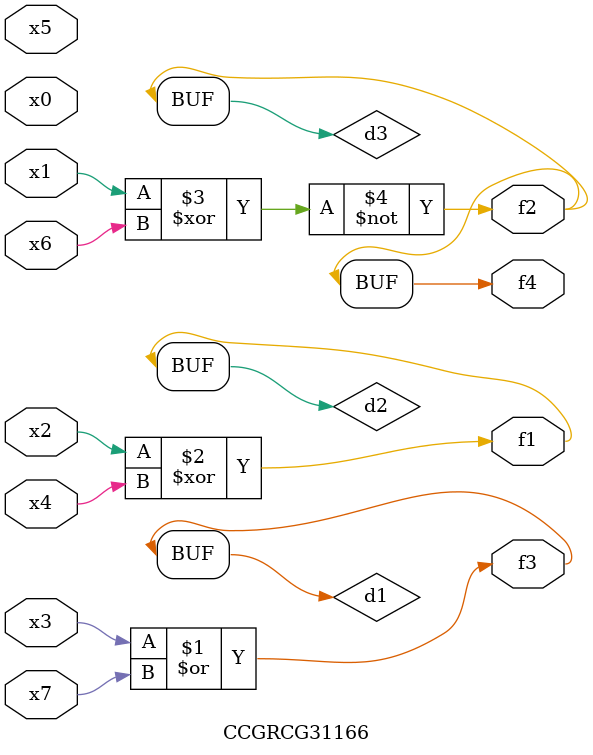
<source format=v>
module CCGRCG31166(
	input x0, x1, x2, x3, x4, x5, x6, x7,
	output f1, f2, f3, f4
);

	wire d1, d2, d3;

	or (d1, x3, x7);
	xor (d2, x2, x4);
	xnor (d3, x1, x6);
	assign f1 = d2;
	assign f2 = d3;
	assign f3 = d1;
	assign f4 = d3;
endmodule

</source>
